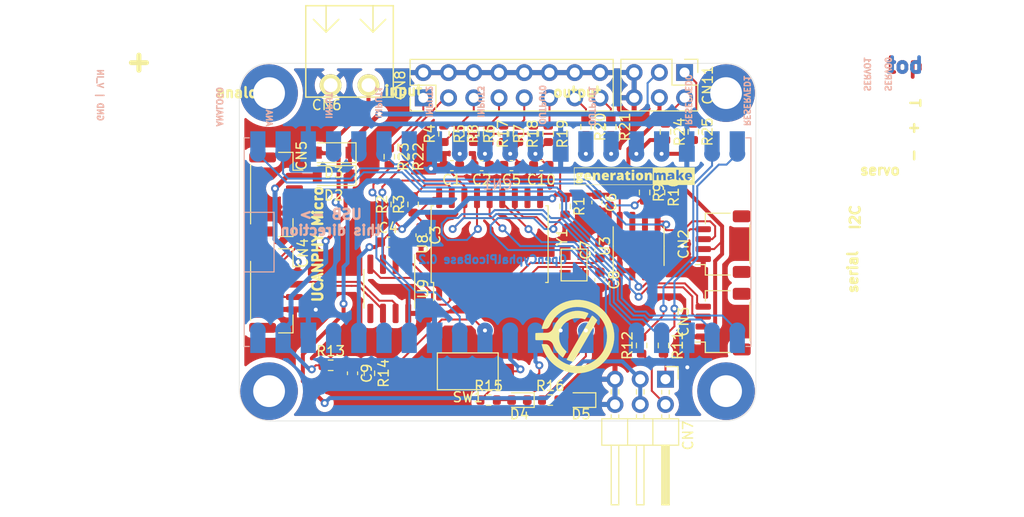
<source format=kicad_pcb>
(kicad_pcb (version 20211014) (generator pcbnew)
  (title_block (title "OpenCyphalPicoBase") (date "2022-10-21") (rev "0.2") (company "generationmake"))
  (layers (0 "F.Cu" signal) (31 "B.Cu" signal) (34 "B.Paste" user) (35 "F.Paste" user) (36 "B.SilkS" user "B.Silkscreen") (37 "F.SilkS" user "F.Silkscreen") (38 "B.Mask" user) (39 "F.Mask" user) (44 "Edge.Cuts" user))
  (net 0 "")
  (net 1 "+3V3")
  (net 2 "GND")
  (net 3 "MCP2515_CS")
  (net 4 "MCP2515_INT")
  (net 5 "MOSI")
  (net 6 "SCK")
  (net 7 "MISO")
  (net 8 "/MCP2515/TXCAN")
  (net 9 "/MCP2515/RXCAN")
  (net 10 "/SERVO1")
  (net 11 "/MCP2515/CANVCC")
  (net 12 "/MCP2515/CANH")
  (net 13 "/MCP2515/CANL")
  (net 14 "/SERVO1_R")
  (net 15 "+BATT")
  (net 16 "/V_IN")
  (net 17 "/+BATT_MEAS")
  (net 18 "/LED2")
  (net 19 "/LED3")
  (net 20 "/LED3_R")
  (net 21 "/LED2_R")
  (net 22 "/MCP2515/MCP2515_OSC2")
  (net 23 "/MCP2515/MCP2515_OSC1")
  (net 24 "/MCP2515/MCP2515_RESET")
  (net 25 "/MCP2515/MCP2515_SOF")
  (net 26 "/MCP2515/MCP2515_TX0RTS")
  (net 27 "/MCP2515/MCP2515_TX1RTS")
  (net 28 "/MCP2515/MCP2515_TX2RTS")
  (net 29 "/MCP2515/MCP2515_RX1BUF")
  (net 30 "/MCP2515/MCP2515_RX0BUF")
  (net 31 "/INPUT0")
  (net 32 "/SER_TX")
  (net 33 "/SER_RX")
  (net 34 "/I2C_SDA")
  (net 35 "/I2C_SCL")
  (net 36 "/SERVO0")
  (net 37 "/SERVO0_R")
  (net 38 "/INPUT1")
  (net 39 "/INPUT2")
  (net 40 "/INPUT3")
  (net 41 "/OUTPUT0")
  (net 42 "/OUTPUT1")
  (net 43 "/RESERVED0")
  (net 44 "/NEOPIXEL")
  (net 45 "/RESET")
  (net 46 "/ANALOG_INPUT0")
  (net 47 "/ANALOG_INPUT1")
  (net 48 "/INPUT0_R")
  (net 49 "/INPUT1_R")
  (net 50 "/INPUT2_R")
  (net 51 "/INPUT3_R")
  (net 52 "/OUTPUT0_R")
  (net 53 "/OUTPUT1_R")
  (net 54 "/ANALOG_INPUT1_R")
  (net 55 "/ANALOG_INPUT0_R")
  (net 56 "/RESERVED0_R")
  (net 57 "/NEOPIXEL_R")
  (net 58 "unconnected-(CN1-Pad40)")
  (net 59 "unconnected-(CN1-Pad37)")
  (net 60 "unconnected-(CN1-Pad35)")
  (net 61 "unconnected-(CN1-Pad5)")
  (net 62 "unconnected-(CN1-Pad4)")
  (footprint "MECH_mounting_holes:MHP_3.2_5.8" (layer "F.Cu") (at 67 77)
    (fp_text reference "MECH1" hide)
    (fp_text value "MHP_3.2_5.8" hide)
  )
  (footprint "MECH_mounting_holes:MHP_3.2_5.8" (layer "F.Cu") (at 113 77)
    (fp_text reference "MECH2" hide)
    (fp_text value "MHP_3.2_5.8")
  )
  (footprint "MECH_mounting_holes:MHP_3.2_5.8" (layer "F.Cu") (at 67 107)
    (fp_text reference "MECH3" hide)
    (fp_text value "MHP_3.2_5.8")
  )
  (footprint "MECH_mounting_holes:MHP_3.2_5.8" (layer "F.Cu") (at 113 107)
    (fp_text reference "MECH4" hide)
    (fp_text value "MHP_3.2_5.8")
  )
  (footprint "Resistor_SMD:R_0603_1608Metric" (layer "F.Cu") (at 79.8 88.2 90)
    (fp_text reference "R2")
    (fp_text value "10k")
  )
  (footprint "Package_SO:SOIC-18W_7.5x11.6mm_P1.27mm" (layer "F.Cu") (at 89.2 92.2 90)
    (fp_text reference "U8")
    (fp_text value "MCP2515")
  )
  (footprint "Capacitor_SMD:C_0603_1608Metric" (layer "F.Cu") (at 82.3 91.3 -90)
    (fp_text reference "C3")
    (fp_text value "100nF")
  )
  (footprint "Capacitor_SMD:C_0603_1608Metric" (layer "F.Cu") (at 79 92)
    (fp_text reference "C4")
    (fp_text value "100nF")
  )
  (footprint "Resistor_SMD:R_0603_1608Metric" (layer "F.Cu") (at 96.8 88.4 -90)
    (fp_text reference "R1")
    (fp_text value "10k")
  )
  (footprint "Resistor_SMD:R_0603_1608Metric" (layer "F.Cu") (at 81.5 88.2 90)
    (fp_text reference "R3")
    (fp_text value "10k")
  )
  (footprint "Capacitor_SMD:C_0603_1608Metric" (layer "F.Cu") (at 100 88 -90)
    (fp_text reference "C6")
    (fp_text value "100nF")
  )
  (footprint "Connector_JST:JST_SH_SM04B-SRSS-TB_1x04-1MP_P1.00mm_Horizontal" (layer "F.Cu") (at 112.7 92.2 90)
    (fp_text reference "CN2")
    (fp_text value "SM04B-SRSS-TB")
  )
  (footprint "Connector_JST:JST_SH_SM04B-SRSS-TB_1x04-1MP_P1.00mm_Horizontal" (layer "F.Cu") (at 112.7 100 90)
    (fp_text reference "CN3")
    (fp_text value "SM04B-SRSS-TB")
  )
  (footprint "Connector_PinHeader_2.54mm:PinHeader_2x03_P2.54mm_Horizontal" (layer "F.Cu") (at 106.9 105.8 -90)
    (fp_text reference "CN7")
    (fp_text value "CONN_02X03")
  )
  (footprint "Diode_SMD:D_SOD-123" (layer "F.Cu") (at 73.5 85.3 180)
    (fp_text reference "D2")
    (fp_text value "MBR0530T1G")
  )
  (footprint "Package_SO:SOIC-8_3.9x4.9mm_P1.27mm" (layer "F.Cu") (at 104.2 92.4 90)
    (fp_text reference "U3")
    (fp_text value "24LC64")
  )
  (footprint "Resistor_SMD:R_0603_1608Metric" (layer "F.Cu") (at 104.8 87 -90)
    (fp_text reference "R9")
    (fp_text value "10k")
  )
  (footprint "Resistor_SMD:R_0603_1608Metric" (layer "F.Cu") (at 106.3 87 -90)
    (fp_text reference "R10")
    (fp_text value "10k")
  )
  (footprint "Resistor_SMD:R_0603_1608Metric" (layer "F.Cu") (at 106.7 102.4 -90)
    (fp_text reference "R11")
    (fp_text value "100R")
  )
  (footprint "Resistor_SMD:R_0603_1608Metric" (layer "F.Cu") (at 104.5 102.4 90)
    (fp_text reference "R12")
    (fp_text value "100R")
  )
  (footprint "Connector_JST:JST_GH_SM04B-GHS-TB_1x04-1MP_P1.25mm_Horizontal" (layer "F.Cu") (at 67.7 96.9 -90)
    (fp_text reference "CN4")
    (fp_text value "GH_SM04B-GHS-TB")
  )
  (footprint "CON_wuerth:WR-TBL_691322310002" (layer "F.Cu") (at 75.1 76.2 180)
    (fp_text reference "CN6")
    (fp_text value "691322310002" hide)
  )
  (footprint "Diode_SMD:D_SOD-123" (layer "F.Cu") (at 73.5 83 180)
    (fp_text reference "D3")
    (fp_text value "MBR0530T1G")
  )
  (footprint "LED_SMD:LED_0603_1608Metric" (layer "F.Cu") (at 98.4 107.9 180)
    (fp_text reference "D5")
    (fp_text value "LED red")
  )
  (footprint "Resistor_SMD:R_0603_1608Metric" (layer "F.Cu") (at 95.3 107.9)
    (fp_text reference "R16")
    (fp_text value "3k3")
  )
  (footprint "labels:opencyphal_small" (layer "F.Cu") (at 97.8 101.5)
    (fp_text reference "L3" hide)
    (fp_text value "Label" hide)
  )
  (footprint "Package_SO:SOIC-8_3.9x4.9mm_P1.27mm" (layer "F.Cu") (at 79.1 96.7 -90)
    (fp_text reference "U9")
    (fp_text value "SN65HVD232")
  )
  (footprint "crystals:Crystal_SMD_3.2x2.5mm_4Pad" (layer "F.Cu") (at 97.7 94.3 90)
    (fp_text reference "Y1")
    (fp_text value "16MHz")
  )
  (footprint "Connector_JST:JST_GH_SM04B-GHS-TB_1x04-1MP_P1.25mm_Horizontal" (layer "F.Cu") (at 67.7 87.2 -90)
    (fp_text reference "CN5")
    (fp_text value "GH_SM04B-GHS-TB")
  )
  (footprint "Capacitor_SMD:C_0603_1608Metric" (layer "F.Cu") (at 75.4 105.2 -90)
    (fp_text reference "C9")
    (fp_text value "100nF")
  )
  (footprint "Resistor_SMD:R_0603_1608Metric" (layer "F.Cu") (at 73.2 104.4)
    (fp_text reference "R13")
    (fp_text value "100k")
  )
  (footprint "Resistor_SMD:R_0603_1608Metric" (layer "F.Cu") (at 77.1 105.2 -90)
    (fp_text reference "R14")
    (fp_text value "10k")
  )
  (footprint "Resistor_SMD:R_0603_1608Metric" (layer "F.Cu") (at 89.1 107.9)
    (fp_text reference "R15")
    (fp_text value "3k3")
  )
  (footprint "Capacitor_SMD:C_0603_1608Metric" (layer "F.Cu") (at 85.4 84.3 180)
    (fp_text reference "C1")
    (fp_text value "100nF")
  )
  (footprint "Capacitor_SMD:C_0603_1608Metric" (layer "F.Cu") (at 88.4 84.3 180)
    (fp_text reference "C2")
    (fp_text value "100nF")
  )
  (footprint "Capacitor_SMD:C_0603_1608Metric" (layer "F.Cu") (at 91.4 84.3 180)
    (fp_text reference "C5")
    (fp_text value "100nF")
  )
  (footprint "Capacitor_SMD:C_0603_1608Metric" (layer "F.Cu") (at 94.4 84.3 180)
    (fp_text reference "C10")
    (fp_text value "100nF")
  )
  (footprint "Connector_PinHeader_2.54mm:PinHeader_2x08_P2.54mm_Vertical" (layer "F.Cu") (at 82.525 77.475 90)
    (fp_text reference "CN8")
    (fp_text value "Conn_02x08_Odd_Even")
  )
  (footprint "Connector_PinHeader_2.54mm:PinHeader_2x03_P2.54mm_Vertical" (layer "F.Cu") (at 108.825 74.925 -90)
    (fp_text reference "CN11")
    (fp_text value "CONN_02X03")
  )
  (footprint "Resistor_SMD:R_0603_1608Metric" (layer "F.Cu") (at 84.6 81.1 90)
    (fp_text reference "R4")
    (fp_text value "10k")
  )
  (footprint "Resistor_SMD:R_0603_1608Metric" (layer "F.Cu") (at 90.6 81.1 90)
    (fp_text reference "R6")
    (fp_text value "10k")
  )
  (footprint "Resistor_SMD:R_0603_1608Metric" (layer "F.Cu") (at 93.6 81.1 90)
    (fp_text reference "R7")
    (fp_text value "10k")
  )
  (footprint "Resistor_SMD:R_0603_1608Metric" (layer "F.Cu") (at 89.1 81.1 -90)
    (fp_text reference "R17")
    (fp_text value "10k")
  )
  (footprint "Resistor_SMD:R_0603_1608Metric" (layer "F.Cu") (at 92.1 81.1 -90)
    (fp_text reference "R18")
    (fp_text value "10k")
  )
  (footprint "Resistor_SMD:R_0603_1608Metric" (layer "F.Cu") (at 95.1 81.1 -90)
    (fp_text reference "R19")
    (fp_text value "10k")
  )
  (footprint "Resistor_SMD:R_0603_1608Metric" (layer "F.Cu") (at 98.9 80.4 -90)
    (fp_text reference "R20")
    (fp_text value "100R")
  )
  (footprint "Resistor_SMD:R_0603_1608Metric" (layer "F.Cu") (at 101.4 80.4 -90)
    (fp_text reference "R21")
    (fp_text value "100R")
  )
  (footprint "Resistor_SMD:R_0603_1608Metric" (layer "F.Cu") (at 80.6 83.4 -90)
    (fp_text reference "R22")
    (fp_text value "100R")
  )
  (footprint "Resistor_SMD:R_0603_1608Metric" (layer "F.Cu") (at 79.1 83.4 -90)
    (fp_text reference "R23")
    (fp_text value "100R")
  )
  (footprint "Resistor_SMD:R_0603_1608Metric" (layer "F.Cu") (at 106.9 80.9 -90)
    (fp_text reference "R24")
    (fp_text value "100R")
  )
  (footprint "Resistor_SMD:R_0603_1608Metric" (layer "F.Cu") (at 109.7 80.9 -90)
    (fp_text reference "R25")
    (fp_text value "100R")
  )
  (footprint "Button_Switch_SMD:SW_SPST_CK_RS282G05A3" (layer "F.Cu") (at 87 105 180)
    (fp_text reference "SW1")
    (fp_text value "SPST")
  )
  (footprint "Resistor_SMD:R_0603_1608Metric" (layer "F.Cu") (at 86.1 81.1 -90)
    (fp_text reference "R8")
    (fp_text value "10k")
  )
  (footprint "Capacitor_SMD:C_0603_1608Metric" (layer "F.Cu") (at 100.3 92.8 90)
    (fp_text reference "C7")
    (fp_text value "10pF")
  )
  (footprint "labels:generationmake_small_silk" (layer "F.Cu") (at 103.75 88)
    (fp_text reference "L1" hide)
    (fp_text value "Label" hide)
  )
  (footprint "Resistor_SMD:R_0603_1608Metric" (layer "F.Cu") (at 87.6 81.1 90)
    (fp_text reference "R5")
    (fp_text value "10k")
  )
  (footprint "Capacitor_SMD:C_0603_1608Metric" (layer "F.Cu") (at 100.3 95.8 -90)
    (fp_text reference "C8")
    (fp_text value "10pF")
  )
  (footprint "LED_SMD:LED_0603_1608Metric" (layer "F.Cu") (at 92.2 107.9 180)
    (fp_text reference "D4")
    (fp_text value "LED yellow")
  )
  (footprint "labels:generationmake_small_solder" (layer "B.Cu") (at 79.61905 108.63645 180)
    (fp_text reference "L2" hide)
    (fp_text value "Label" hide)
  )
  (footprint "generationmake:RASPI_PICO_SOLDER_Kopie" (layer "B.Cu") (at 90 92 -90)
    (fp_text reference "CN1")
    (fp_text value "RASPBERRYPI_PICO")
  )
  (gr_line (start 113 110) (end 67.12132 110) (layer "Edge.Cuts") (width 0.05))
  (gr_line (start 64 77) (end 64 107) (layer "Edge.Cuts") (width 0.05))
  (gr_line (start 116 77) (end 116 107) (layer "Edge.Cuts") (width 0.05))
  (gr_line (start 113 74) (end 67 74) (layer "Edge.Cuts") (width 0.05))
  (gr_arc (start 113 74) (mid 115.12132 74.87868) (end 116 77) (layer "Edge.Cuts") (width 0.05))
  (gr_arc (start 64 77) (mid 64.87868 74.87868) (end 67 74) (layer "Edge.Cuts") (width 0.05))
  (gr_arc (start 116 107) (mid 115.12132 109.12132) (end 113 110) (layer "Edge.Cuts") (width 0.05))
  (gr_arc (start 67.12132 110) (mid 64.956681 109.128403) (end 64 107) (layer "Edge.Cuts") (width 0.05))
  (gr_text "top" (at 131 74.2) (layer "F.Cu") (effects (font (size 1.5 1.5) (thickness 0.375))))
  (gr_text "OpenCyphalPicoBase 0.2" (at 89.5 93.75) (layer "B.Cu") (effects (font (size 0.8 0.8) (thickness 0.2)) (justify mirror)))
  (gr_text "bot" (at 131 74.2) (layer "B.Cu") (effects (font (size 1.5 1.5) (thickness 0.375)) (justify mirror)))
  (gr_text "USB ->\nthis direction" (at 73.2 90) (layer "B.SilkS") (effects (font (size 1 1) (thickness 0.25)) (justify mirror)))
  (gr_text "GND | V_IN" (at 50 77.2 -90) (layer "B.SilkS") (effects (font (size 0.6 0.6)) (justify mirror)))
  (gr_text "ANALOG0" (at 62 76.3 -90) (layer "B.SilkS") (effects (font (size 0.6 0.6)) (justify right mirror)))
  (gr_text "INPUT0" (at 73 76.3 -90) (layer "B.SilkS") (effects (font (size 0.6 0.6)) (justify right mirror)))
  (gr_text "OUTPUT1" (at 99.5 76.2 -90) (layer "B.SilkS") (effects (font (size 0.6 0.6)) (justify right mirror)))
  (gr_text "SERVO1" (at 127.2 76.9 -90) (layer "B.SilkS") (effects (font (size 0.6 0.6)) (justify left mirror)))
  (gr_text "RESERVED0" (at 109.2 80.3 -90) (layer "B.SilkS") (effects (font (size 0.6 0.6)) (justify left mirror)))
  (gr_text "RESERVED1" (at 115.1 80.4 -90) (layer "B.SilkS") (effects (font (size 0.6 0.6)) (justify left mirror)))
  (gr_text "ANALOG1" (at 67 76.3 -90) (layer "B.SilkS") (effects (font (size 0.6 0.6)) (justify right mirror)))
  (gr_text "SERVO0" (at 129.3 76.9 -90) (layer "B.SilkS") (effects (font (size 0.6 0.6)) (justify left mirror)))
  (gr_text "INPUT2" (at 83.1 76.2 -90) (layer "B.SilkS") (effects (font (size 0.6 0.6)) (justify right mirror)))
  (gr_text "OUTPUT0" (at 94.5 76.1 -90) (layer "B.SilkS") (effects (font (size 0.6 0.6)) (justify right mirror)))
  (gr_text "INPUT3" (at 88.3 76.2 -90) (layer "B.SilkS") (effects (font (size 0.6 0.6)) (justify right mirror)))
  (gr_text "INPUT1" (at 78 76.2 -90) (layer "B.SilkS") (effects (font (size 0.6 0.6)) (justify right mirror)))
  (gr_text "T  +  -" (at 132 80.75 -90) (layer "F.SilkS") (effects (font (size 1 1) (thickness 0.25))))
  (gr_text "UCANPHY Micro" (at 71.9 92.2 90) (layer "F.SilkS") (effects (font (size 1 1) (thickness 0.25))))
  (gr_text "input" (at 80.5 76.75) (layer "F.SilkS") (effects (font (size 1 1) (thickness 0.25))))
  (gr_text "+" (at 53.9 73.8) (layer "F.SilkS") (effects (font (size 2 2) (thickness 0.5))))
  (gr_text "I2C" (at 126 89.5 90) (layer "F.SilkS") (effects (font (size 1 1) (thickness 0.25))))
  (gr_text "analog" (at 64.2 76.95) (layer "F.SilkS") (effects (font (size 1 1) (thickness 0.25))))
  (gr_text "output" (at 98 76.9) (layer "F.SilkS") (effects (font (size 1 1) (thickness 0.25))))
  (gr_text "servo" (at 128.5 84.75) (layer "F.SilkS") (effects (font (size 1 1) (thickness 0.25))))
  (gr_text "serial" (at 125.75 95 90) (layer "F.SilkS") (effects (font (size 1 1) (thickness 0.25))))
  (segment (start 96.3 86.8) (end 95.5 87.6) (width 0.2) (layer "F.Cu") (net 1))
  (segment (start 87.5 81.1) (end 90.5 81.1) (width 0.2) (layer "F.Cu") (net 1))
  (segment (start 82.3 90.525) (end 82.3 89.825) (width 0.2) (layer "F.Cu") (net 1))
  (segment (start 110.7 92.7) (end 111.6 92.7) (width 0.2) (layer "F.Cu") (net 1))
  (segment (start 93.6 81.1) (end 95.8 81.1) (width 0.2) (layer "F.Cu") (net 1))
  (segment (start 104.025 86.175) (end 104.8 86.175) (width 0.4) (layer "F.Cu") (net 1))
  (segment (start 106.3 78.7) (end 106.3 77.5) (width 0.4) (layer "F.Cu") (net 1))
  (segment (start 112.6 91.9) (end 112.6 90.392893) (width 0.4) (layer "F.Cu") (net 1))
  (segment (start 112.6 90.392893) (end 108.507107 86.3) (width 0.4) (layer "F.Cu") (net 1))
  (segment (start 95.875 87.225) (end 95.5 87.6) (width 0.4) (layer "F.Cu") (net 1))
  (segment (start 78.25 92) (end 79.56 90.69) (width 0.2) (layer "F.Cu") (net 1))
  (segment (start 83.09 87.99) (end 82.24 88.84) (width 0.2) (layer "F.Cu") (net 1))
  (segment (start 96.8 87.575) (end 96.8 87.3) (width 0.2) (layer "F.Cu") (net 1))
  (segment (start 104.025 86.175) (end 103.17 85.32) (width 0.4) (layer "F.Cu") (net 1))
  (segment (start 78.4685 92.2185) (end 78.25 92) (width 0.2) (layer "F.Cu") (net 1))
  (segment (start 90.5 81.1) (end 93.6 81.1) (width 0.2) (layer "F.Cu") (net 1))
  (segment (start 106.3 86.175) (end 106.775 86.175) (width 0.4) (layer "F.Cu") (net 1))
  (segment (start 79.8 90.08) (end 80.4 90.68) (width 0.2) (layer "F.Cu") (net 1))
  (segment (start 102.295 89.925) (end 102.295 87.595) (width 0.2) (layer "F.Cu") (net 1))
  (segment (start 106 79.8) (end 106 79) (width 0.4) (layer "F.Cu") (net 1))
  (segment (start 85.425 81.1) (end 87.5 81.1) (width 0.2) (layer "F.Cu") (net 1))
  (segment (start 82.13 88.95) (end 82.24 88.84) (width 0.2) (layer "F.Cu") (net 1))
  (segment (start 90.6 81.2) (end 90.5 81.1) (width 0.2) (layer "F.Cu") (net 1))
  (segment (start 100 87.225) (end 101.925 87.225) (width 0.4) (layer "F.Cu") (net 1))
  (segment (start 96.8 87.3) (end 96.3 86.8) (width 0.2) (layer "F.Cu") (net 1))
  (segment (start 112.6 91.9) (end 112.6 93.2) (width 0.4) (layer "F.Cu") (net 1))
  (segment (start 81.5 88.95) (end 82.13 88.95) (width 0.2) (layer "F.Cu") (net 1))
  (segment (start 83.53 87.55) (end 83.09 87.99) (width 0.2) (layer "F.Cu") (net 1))
  (segment (start 112.6 93.2) (end 111.9 93.9) (width 0.4) (layer "F.Cu") (net 1))
  (segment (start 79.7 88.85) (end 79.8 88.95) (width 0.2) (layer "F.Cu") (net 1))
  (segment (start 87.6 81.925) (end 87.6 81.2) (width 0.2) (layer "F.Cu") (net 1))
  (segment (start 102.975 87.225) (end 104.025 86.175) (width 0.4) (layer "F.Cu") (net 1))
  (segment (start 90.6 81.925) (end 90.6 81.2) (width 0.2) (layer "F.Cu") (net 1))
  (segment (start 111.6 100.5) (end 110.7 100.5) (width 0.4) (layer "F.Cu") (net 1))
  (segment (start 104.8 86.175) (end 106.3 86.175) (width 0.4) (layer "F.Cu") (net 1))
  (segment (start 95.8 81.1) (end 96.3 81.6) (width 0.2) (layer "F.Cu") (net 1))
  (segment (start 111.8 92.7) (end 112.6 91.9) (width 0.2) (layer "F.Cu") (net 1))
  (segment (start 84.6 81.925) (end 85.425 81.1) (width 0.2) (layer "F.Cu") (net 1))
  (segment (start 79.56 90.69) (end 80.39 90.69) (width 0.2) (layer "F.Cu") (net 1))
  (segment (start 93.6 81.925) (end 93.6 81.1) (width 0.2) (layer "F.Cu") (net 1))
  (segment (start 82.24 88.84) (end 80.4 90.68) (width 0.2) (layer "F.Cu") (net 1))
  (segment (start 96.3 81.6) (end 96.3 86.8) (width 0.2) (layer "F.Cu") (net 1))
  (segment (start 79.8 88.95) (end 79.8 90.08) (width 0.2) (layer "F.Cu") (net 1))
  (segment (start 87.6 81.2) (end 87.5 81.1) (width 0.2) (layer "F.Cu") (net 1))
  (segment (start 103.17 82.63) (end 106 79.8) (width 0.4) (layer "F.Cu") (net 1))
  (segment (start 83.42 87.66) (end 83.09 87.99) (width 0.2) (layer "F.Cu") (net 1))
  (segment (start 77.1 92.5) (end 77.725 92.5) (width 0.4) (layer "F.Cu") (net 1))
  (segment (start 111.9 100.2) (end 111.6 100.5) (width 0.4) (layer "F.Cu") (net 1))
  (segment (start 84.12 87.55) (end 83.53 87.55) (width 0.2) (layer "F.Cu") (net 1))
  (segment (start 102.325 87.225) (end 102.975 87.225) (width 0.4) (layer "F.Cu") (net 1))
  (segment (start 111.9 93.9) (end 111.9 100.2) (width 0.4) (layer "F.Cu") (net 1))
  (segment (start 106.2 86.3) (end 106.9 86.3) (width 0.4) (layer "F.Cu") (net 1))
  (segment (start 102.295 87.595) (end 101.925 87.225) (width 0.2) (layer "F.Cu") (net 1))
  (segment (start 103.17 85.32) (end 103.17 82.63) (width 0.4) (layer "F.Cu") (net 1))
  (segment (start 82.3 89.825) (end 81.5 89.025) (width 0.2) (layer "F.Cu") (net 1))
  (segment (start 111.6 92.7) (end 111.8 92.7) (width 0.2) (layer "F.Cu") (net 1))
  (segment (start 101.925 87.225) (end 102.325 87.225) (width 0.4) (layer "F.Cu") (net 1))
  (segment (start 108.507107 86.3) (end 106.9 86.3) (width 0.4) (layer "F.Cu") (net 1))
  (segment (start 100 87.225) (end 95.875 87.225) (width 0.4) (layer "F.Cu") (net 1))
  (segment (start 79.8 88.95) (end 81.5 88.95) (width 0.2) (layer "F.Cu") (net 1))
  (segment (start 106 79) (end 106.3 78.7) (width 0.4) (layer "F.Cu") (net 1))
  (segment (start 106.775 86.175) (end 106.9 86.3) (width 0.4) (layer "F.Cu") (net 1))
  (segment (start 78.4685 93.9955) (end 78.4685 92.2185) (width 0.2) (layer "F.Cu") (net 1))
  (segment (start 77.725 92.5) (end 78.225 92) (width 0.4) (layer "F.Cu") (net 1))
  (via (at 80.39 90.69) (size 0.8) (drill 0.4) (layers "F.Cu" "B.Cu") (net 1))
  (via (at 77.1 92.5) (size 0.8) (drill 0.4) (layers "F.Cu" "B.Cu") (net 1))
  (via (at 95.5 87.6) (size 0.8) (drill 0.4) (layers "F.Cu" "B.Cu") (net 1))
  (segment (start 76.03 102.16) (end 76.03 100.89) (width 0.4) (layer "B.Cu") (net 1))
  (segment (start 81.39 89.69) (end 80.4 90.68) (width 0.5) (layer "B.Cu") (net 1))
  (segment (start 87.1 87.6) (end 85.7 89) (width 0.5) (layer "B.Cu") (net 1))
  (segment (start 76.03 93.57) (end 77.1 92.5) (width 0.4) (layer "B.Cu") (net 1))
  (segment (start 95.5 87.6) (end 87.1 87.6) (width 0.5) (layer "B.Cu") (net 1))
  (segment (start 85.7 89) (end 82.08 89) (width 0.5) (layer "B.Cu") (net 1))
  (segment (start 82.08 89) (end 81.39 89.69) (width 0.5) (layer "B.Cu") (net 1))
  (segment (start 80.39 90.69) (end 80.4 90.68) (width 0.5) (layer "B.Cu") (net 1))
  (segment (start 76.03 100.89) (end 76.03 93.57) (width 0.4) (layer "B.Cu") (net 1))
  (segment (start 99.96 97.54) (end 99.96 99.06) (width 0.2) (layer "F.Cu") (net 2))
  (segment (start 77.1 105.95) (end 82.45082 105.95) (width 0.2) (layer "F.Cu") (net 2))
  (segment (start 90.7 85.4) (end 87.6 85.4) (width 0.2) (layer "F.Cu") (net 2))
  (segment (start 93.625 84.475) (end 92.7 85.4) (width 0.2) (layer "F.Cu") (net 2))
  (segment (start 99.344301 96.344301) (end 100.1 97.1) (width 0.2) (layer "F.Cu") (net 2))
  (segment (start 87.625 84.3) (end 87.625 85.375) (width 0.2) (layer "F.Cu") (net 2))
  (segment (start 99.1875 107.9) (end 99.1875 108.5125) (width 0.2) (layer "F.Cu") (net 2))
  (segment (start 96.5 109.1) (end 92.5 109.1) (width 0.2) (layer "F.Cu") (net 2))
  (segment (start 99.96 99.06) (end 99.230001 99.789999) (width 0.2) (layer "F.Cu") (net 2))
  (segment (start 95.5843 96.85) (end 95.799999 96.634301) (width 0.2) (layer "F.Cu") (net 2))
  (segment (start 86.85 105.95) (end 85.9 105) (width 0.2) (layer "F.Cu") (net 2))
  (segment (start 92.9875 108.6125) (end 92.5 109.1) (width 0.2) (layer "F.Cu") (net 2))
  (segment (start 85.725 85.4) (end 84.625 84.3) (width 0.2) (layer "F.Cu") (net 2))
  (segment (start 99.054301 96.634301) (end 99.96 97.54) (width 0.2) (layer "F.Cu") (net 2))
  (segment (start 86.8 106) (end 86.85 105.95) (width 0.2) (layer "F.Cu") (net 2))
  (segment (start 93.625 84.3) (end 93.625 84.475) (width 0.2) (layer "F.Cu") (net 2))
  (segment (start 99.230001 99.789999) (end 97.450001 99.789999) (width 0.2) (layer "F.Cu") (net 2))
  (segment (start 97.450001 99.789999) (end 96.35 100.89) (width 0.2) (layer "F.Cu") (net 2))
  (segment (start 82.45082 105.95) (end 83.40082 105) (width 0.2) (layer "F.Cu") (net 2))
  (segment (start 99.1875 108.5125) (end 98.6 109.1) (width 0.2) (layer "F.Cu") (net 2))
  (segment (start 90.625 85.325) (end 90.7 85.4) (width 0.2) (layer "F.Cu") (net 2))
  (segment (start 92.9875 107.9) (end 92.9875 108.6125) (width 0.2) (layer "F.Cu") (net 2))
  (segment (start 87.625 85.375) (end 87.6 85.4) (width 0.2) (layer "F.Cu") (net 2))
  (segment (start 94.28 96.85) (end 95.5843 96.85) (width 0.2) (layer "F.Cu") (net 2))
  (segment (start 85.9 105) (end 83.40082 105) (width 0.2) (layer "F.Cu") (net 2))
  (segment (start 77.1 105.95) (end 75.4 105.95) (width 0.2) (layer "F.Cu") (net 2))
  (segment (start 90.625 84.3) (end 90.625 85.325) (width 0.2) (layer "F.Cu") (net 2))
  (segment (start 87.2 109.1) (end 86.8 108.7) (width 0.2) (layer "F.Cu") (net 2))
  (segment (start 86.8 108.7) (end 86.8 106) (width 0.2) (layer "F.Cu") (net 2))
  (segment (start 99.054301 96.634301) (end 99.344301 96.344301) (width 0.2) (layer "F.Cu") (net 2))
  (segment (start 95.799999 96.634301) (end 99.054301 96.634301) (width 0.2) (layer "F.Cu") (net 2))
  (segment (start 98.6 109.1) (end 96.5 109.1) (width 0.2) (layer "F.Cu") (net 2))
  (segment (start 87.6 85.4) (end 85.725 85.4) (width 0.2) (layer "F.Cu") (net 2))
  (segment (start 92.5 109.1) (end 87.2 109.1) (width 0.2) (layer "F.Cu") (net 2))
  (segment (start 92.7 85.4) (end 90.7 85.4) (width 0.2) (layer "F.Cu") (net 2))
  (segment (start 95.11 100.89) (end 96.35 100.89) (width 0.2) (layer "F.Cu") (net 2))
  (via (at 96.35 100.89) (size 0.8) (drill 0.4) (layers "F.Cu" "B.Cu") (net 2))
  (via (at 109.1 104.6) (size 0.8) (drill 0.4) (layers "F.Cu" "B.Cu") (net 2))
  (via (at 71.7 98.8) (size 0.8) (drill 0.4) (layers "F.Cu" "B.Cu") (net 2))
  (via (at 83.3 84.6) (size 0.8) (drill 0.4) (layers "F.Cu" "B.Cu") (net 2))
  (via (at 108.6 92.4) (size 0.8) (drill 0.4) (layers "F.Cu" "B.Cu") (net 2))
  (segment (start 83.65 100.89) (end 83.29 100.89) (width 0.2) (layer "B.Cu") (net 2))
  (segment (start 109.05 102.16) (end 109.05 100.89) (width 0.4) (layer "B.Cu") (net 2))
  (segment (start 109.05 100.89) (end 108.09 100.89) (width 0.2) (layer "B.Cu") (net 2))
  (segment (start 86.66 86.36) (end 86.105 85.805) (width 0.2) (layer "F.Cu") (net 3))
  (segment (start 85.96 90.2) (end 85.48 90.68) (width 0.2) (layer "F.Cu") (net 3))
  (segment (start 86.105 85.805) (end 80.395 85.805) (width 0.2) (layer "F.Cu") (net 3))
  (segment (start 79.8 87.45) (end 79.8 86.4) (width 0.2) (layer "F.Cu") (net 3))
  (segment (start 86.66 87.55) (end 86.66 89.5) (width 0.2) (layer "F.Cu") (net 3))
  (segment (start 80.395 85.805) (end 79.8 86.4) (width 0.2) (layer "F.Cu") (net 3))
  (segment (start 86.66 89.5) (end 85.48 90.68) (width 0.2) (layer "F.Cu") (net 3))
  (segment (start 86.66 87.55) (end 86.66 86.36) (width 0.2) (layer "F.Cu") (net 3))
  (via (at 85.48 90.68) (size 0.8) (drill 0.4) (layers "F.Cu" "B.Cu") (net 3))
  (segment (start 89.86631 89.179989) (end 89.4663 89.579999) (width 0.2) (layer "B.Cu") (net 3))
  (segment (start 111.59 100.89) (end 110.49 99.79) (width 0.2) (layer "B.Cu") (net 3))
  (segment (start 105.155686 99.79) (end 104.755685 99.389999) (width 0.2) (layer "B.Cu") (net 3))
  (segment (start 104.755685 99.389999) (end 103.689999 99.389999) (width 0.2) (layer "B.Cu") (net 3))
  (segment (start 102.1 97.8) (end 102.1 95.802944) (width 0.2) (layer "B.Cu") (net 3))
  (segment (start 103.689999 99.389999) (end 102.1 97.8) (width 0.2) (layer "B.Cu") (net 3))
  (segment (start 89.4663 89.579999) (end 86.580001 89.579999) (width 0.2) (layer "B.Cu") (net 3))
  (segment (start 96.277058 89.98) (end 95.220022 89.98) (width 0.2) (layer "B.Cu") (net 3))
  (segment (start 94.420011 89.179989) (end 89.86631 89.179989) (width 0.2) (layer "B.Cu") (net 3))
  (segment (start 86.580001 89.579999) (end 85.48 90.68) (width 0.2) (layer "B.Cu") (net 3))
  (segment (start 102.1 95.802944) (end 96.277058 89.98) (width 0.2) (layer "B.Cu") (net 3))
  (segment (start 95.220022 89.98) (end 94.420011 89.179989) (width 0.2) (layer "B.Cu") (net 3))
  (segment (start 111.59 102.16) (end 111.59 100.89) (width 0.4) (layer "B.Cu") (net 3))
  (segment (start 110.49 99.79) (end 105.155686 99.79) (width 0.2) (layer "B.Cu") (net 3))
  (segment (start 91.74 87.55) (end 91.74 88.64) (width 0.2) (layer "F.Cu") (net 4))
  (segment (start 95.62 90.68) (end 95.62 90.405) (width 0.2) (layer "F.Cu") (net 4))
  (segment (start 95.62 90.405) (end 96.8 89.225) (width 0.2) (layer "F.Cu") (net 4))
  (segment (start 93.92 89.48) (end 95.12 90.68) (width 0.2) (layer "F.Cu") (net 4))
  (segment (start 91.74 88.64) (end 92.58 89.48) (width 0.2) (layer "F.Cu") (net 4))
  (segment (start 92.58 89.48) (end 93.92 89.48) (width 0.2) (layer "F.Cu") (net 4))
  (segment (start 95.12 90.68) (end 95.62 90.68) (width 0.2) (layer "F.Cu") (net 4))
  (via (at 95.62 90.68) (size 0.8) (drill 0.4) (layers "F.Cu" "B.Cu") (net 4))
  (segment (start 91.052008 92.80001) (end 97.40001 92.80001) (width 0.2) (layer "B.Cu") (net 4))
  (segment (start 93.628001 89.579999) (end 90.031999 89.579999) (width 0.2) (layer "B.Cu") (net 4))
  (segment (start 89.3 90.311998) (end 89.3 91.048002) (width 0.2) (layer "B.Cu") (net 4))
  (segment (start 90.031999 89.579999) (end 89.3 90.311998) (width 0.2) (layer "B.Cu") (net 4))
  (segment (start 100.9 100.36) (end 101.43 100.89) (width 0.2) (layer "B.Cu") (net 4))
  (segment (start 101.43 102.16) (end 101.43 100.89) (width 0.4) (layer "B.Cu") (net 4))
  (segment (start 89.3 91.048002) (end 91.052008 92.80001) (width 0.2) (layer "B.Cu") (net 4))
  (segment (start 94.728002 90.68) (end 93.628001 89.579999) (width 0.2) (layer "B.Cu") (net 4))
  (segment (start 100.9 96.3) (end 100.9 100.36) (width 0.2) (layer "B.Cu") (net 4))
  (segment (start 97.40001 92.80001) (end 100.9 96.3) (width 0.2) (layer "B.Cu") (net 4))
  (segment (start 95.64 90.68) (end 94.728002 90.68) (width 0.2) (layer "B.Cu") (net 4))
  (segment (start 89.2 87.55) (end 89.2 89.32) (width 0.2) (layer "F.Cu") (net 5))
  (segment (start 89.59 89.71) (end 90.49 90.61) (width 0.2) (layer "F.Cu") (net 5))
  (segment (start 89.2 89.32) (end 89.59 89.71) (width 0.2) (layer "F.Cu") (net 5))
  (segment (start 90.49 90.61) (end 90.56 90.68) (width 0.2) (layer "F.Cu") (net 5))
  (via (at 90.49 90.61) (size 0.8) (drill 0.4) (layers "F.Cu" "B.Cu") (net 5))
  (segment (start 97.565686 92.4) (end 101.3 96.134315) (width 0.2) (layer "B.Cu") (net 5))
  (segment (start 92.28 92.4) (end 97.565686 92.4) (width 0.2) (layer "B.Cu") (net 5))
  (segment (start 90.56 90.68) (end 92.28 92.4) (width 0.2) (layer "B.Cu") (net 5))
  (segment (start 101.3 96.134315) (end 101.3 98.22) (width 0.2) (layer "B.Cu") (net 5))
  (segment (start 103.97 102.16) (end 103.97 100.89) (width 0.4) (layer "B.Cu") (net 5))
  (segment (start 101.3 98.22) (end 103.97 100.89) (width 0.2) (layer "B.Cu") (net 5))
  (segment (start 90.47 87.55) (end 90.47 88.05) (width 0.2) (layer "F.Cu") (net 6))
  (segment (start 90.86 88.44) (end 93.1 90.68) (width 0.2) (layer "F.Cu") (net 6))
  (segment (start 90.47 88.05) (end 90.86 88.44) (width 0.2) (layer "F.Cu") (net 6))
  (via (at 93.11 90.69) (size 0.8) (drill 0.4) (layers "F.Cu" "B.Cu") (net 6))
  (segment (start 106.51 102.16) (end 106.51 100.89) (width 0.4) (layer "B.Cu") (net 6))
  (segment (start 103.441999 99.789999) (end 104.589999 99.789999) (width 0.2) (layer "B.Cu") (net 6))
  (segment (start 105.69 100.89) (end 106.51 100.89) (width 0.2) (layer "B.Cu") (net 6))
  (segment (start 97.731362 91.99999) (end 101.7 95.96863) (width 0.2) (layer "B.Cu") (net 6))
  (segment (start 101.7 98.054302) (end 103.438848 99.79315) (width 0.2) (layer "B.Cu") (net 6))
  (segment (start 103.438848 99.79315) (end 103.441999 99.789999) (width 0.2) (layer "B.Cu") (net 6))
  (segment (start 93.1 90.68) (end 93.11 90.69) (width 0.2) (layer "B.Cu") (net 6))
  (segment (start 104.589999 99.789999) (end 105.69 100.89) (width 0.2) (layer "B.Cu") (net 6))
  (segment (start 94.41999 91.99999) (end 97.731362 91.99999) (width 0.2) (layer "B.Cu") (net 6))
  (segment (start 101.7 95.96863) (end 101.7 98.054302) (width 0.2) (layer "B.Cu") (net 6))
  (segment (start 93.11 90.69) (end 94.41999 91.99999) (width 0.2) (layer "B.Cu") (net 6))
  (segment (start 87.93 87.55) (end 87.93 90.59) (width 0.2) (layer "F.Cu") (net 7))
  (segment (start 87.93 90.59) (end 88.02 90.68) (width 0.2) (layer "F.Cu") (net 7))
  (via (at 88.02 90.68) (size 0.8) (drill 0.4) (layers "F.Cu" "B.Cu") (net 7))
  (segment (start 84.965999 89.565999) (end 86.028302 89.565999) (width 0.2) (layer "B.Cu") (net 7))
  (segment (start 88.02 90.68) (end 86.919999 91.780001) (width 0.2) (layer "B.Cu") (net 7))
  (segment (start 89.300611 89.179989) (end 89.700621 88.779979) (width 0.2) (layer "B.Cu") (net 7))
  (segment (start 94.585687 88.779979) (end 95.385708 89.58) (width 0.2) (layer "B.Cu") (net 7))
  (segment (start 105.321372 99.39) (end 112.63 99.39) (width 0.2) (layer "B.Cu") (net 7))
  (segment (start 102.5 97.634314) (end 103.855685 98.989999) (width 0.2) (layer "B.Cu") (net 7))
  (segment (start 104.921371 98.989999) (end 105.321372 99.39) (width 0.2) (layer "B.Cu") (net 7))
  (segment (start 95.385708 89.58) (end 96.442744 89.58) (width 0.2) (layer "B.Cu") (net 7))
  (segment (start 102.5 95.637258) (end 102.5 97.634314) (width 0.2) (layer "B.Cu") (net 7))
  (segment (start 86.919999 91.780001) (end 84.951999 91.780001) (width 0.2) (layer "B.Cu") (net 7))
  (segment (start 84.379999 91.208001) (end 84.379999 90.151999) (width 0.2) (layer "B.Cu") (net 7))
  (segment (start 86.028302 89.565999) (end 86.414312 89.179989) (width 0.2) (layer "B.Cu") (net 7))
  (segment (start 114.13 102.16) (end 114.13 100.89) (width 0.4) (layer "B.Cu") (net 7))
  (segment (start 96.442744 89.58) (end 102.5 95.637258) (width 0.2) (layer "B.Cu") (net 7))
  (segment (start 84.379999 90.151999) (end 84.965999 89.565999) (width 0.2) (layer "B.Cu") (net 7))
  (segment (start 84.951999 91.780001) (end 84.379999 91.208001) (width 0.2) (layer "B.Cu") (net 7))
  (segment (start 89.700621 88.779979) (end 94.585687 88.779979) (width 0.2) (layer "B.Cu") (net 7))
  (segment (start 86.414312 89.179989) (end 89.300611 89.179989) (width 0.2) (layer "B.Cu") (net 7))
  (segment (start 112.63 99.39) (end 114.13 100.89) (width 0.2) (layer "B.Cu") (net 7))
  (segment (start 103.855685 98.989999) (end 104.921371 98.989999) (width 0.2) (layer "B.Cu") (net 7))
  (segment (start 81.495 94.225) (end 84.12 96.85) (width 0.2) (layer "F.Cu") (net 8))
  (segment (start 81.005 94.225) (end 81.495 94.225) (width 0.2) (layer "F.Cu") (net 8))
  (segment (start 85.39 97.71) (end 85.39 96.85) (width 0.2) (layer "F.Cu") (net 9))
  (segment (start 81.9 95.6) (end 83.4 97.1) (width 0.2) (layer "F.Cu") (net 9))
  (segment (start 77.195 94.566396) (end 78.228604 95.6) (width 0.2) (layer "F.Cu") (net 9))
  (segment (start 83.9 98.3) (end 84.8 98.3) (width 0.2) (layer "F.Cu") (net 9))
  (segment (start 78.228604 95.6) (end 81.9 95.6) (width 0.2) (layer "F.Cu") (net 9))
  (segment (start 83.4 97.8) (end 83.9 98.3) (width 0.2) (layer "F.Cu") (net 9))
  (segment (start 84.8 98.3) (end 85.39 97.71) (width 0.2) (layer "F.Cu") (net 9))
  (segment (start 77.195 94.225) (end 77.195 94.566396) (width 0.2) (layer "F.Cu") (net 9))
  (segment (start 83.4 97.1) (end 83.4 97.8) (width 0.2) (layer "F.Cu") (net 9))
  (segment (start 107.8 100.475) (end 107.8 99.4) (width 0.2) (layer "F.Cu") (net 10))
  (segment (start 106.7 101.575) (end 107.8 100.475) (width 0.2) (layer "F.Cu") (net 10))
  (segment (start 107.8 99.4) (end 107.8 98.6905) (width 0.2) (layer "F.Cu") (net 10))
  (via (at 107.8 98.6905) (size 0.8) (drill 0.4) (layers "F.Cu" "B.Cu") (net 10))
  (segment (start 107.8 97.5) (end 107.8 98.6905) (width 0.2) (layer "B.Cu") (net 10))
  (segment (start 113.04 84.2) (end 112.265686 84.2) (width 0.2) (layer "B.Cu") (net 10))
  (segment (start 107.8 95.965686) (end 107.8 97.5) (width 0.2) (layer "B.Cu") (net 10))
  (segment (start 114.13 81.84) (end 114.13 83.11) (width 0.4) (layer "B.Cu") (net 10))
  (segment (start 110.1 93.665686) (end 107.8 95.965686) (width 0.2) (layer "B.Cu") (net 10))
  (segment (start 107.8 97.5) (end 107.8 98.290499) (width 0.2) (layer "B.Cu") (net 10))
  (segment (start 112.265686 84.2) (end 110.1 86.365686) (width 0.2) (layer "B.Cu") (net 10))
  (segment (start 114.13 83.11) (end 113.04 84.2) (width 0.2) (layer "B.Cu") (net 10))
  (segment (start 110.1 86.365686) (end 110.1 93.665686) (width 0.2) (layer "B.Cu") (net 10))
  (segment (start 69.9 94) (end 69.9 94.675) (width 0.5) (layer "F.Cu") (net 11))
  (segment (start 69.9 94.675) (end 69.55 95.025) (width 0.5) (layer "F.Cu") (net 11))
  (segment (start 69.55 85.325) (end 68.875 85.325) (width 0.5) (layer "F.Cu") (net 11))
  (segment (start 69.55 85.325) (end 71.84 85.325) (width 0.5) (layer "F.Cu") (net 11))
  (segment (start 71.84 85.325) (end 71.865 85.3) (width 0.5) (layer "F.Cu") (net 11))
  (segment (start 68.875 85.325) (end 67.6 86.6) (width 0.5) (layer "F.Cu") (net 11))
  (via (at 69.9 94) (size 0.8) (drill 0.4) (layers "F.Cu" "B.Cu") (net 11))
  (via (at 67.6 86.6) (size 0.8) (drill 0.4) (layers "F.Cu" "B.Cu") (net 11))
  (segment (start 67.6 86.6) (end 67.6 91.7) (width 0.5) (layer "B.Cu") (net 11))
  (segment (start 67.6 91.7) (end 69.9 94) (width 0.5) (layer "B.Cu") (net 11))
  (segment (start 70.275 86.575) (end 69.55 86.575) (width 0.2) (layer "F.Cu") (net 12))
  (segment (start 69.55 96.275) (end 68.475 96.275) (width 0.2) (layer "F.Cu") (net 12))
  (segment (start 79.735 98.235) (end 79.4 97.9) (width 0.2) (layer "F.Cu") (net 12))
  (segment (start 79.4 97.9) (end 78.097082 97.9) (width 0.2) (layer "F.Cu") (net 12))
  (segment (start 67.9 94.365686) (end 71.3 90.965686) (width 0.2) (layer "F.Cu") (net 12))
  (segment (start 76.197082 96) (end 75.8 96) (width 0.2) (layer "F.Cu") (net 12))
  (segment (start 71.3 87.6) (end 70.275 86.575) (width 0.2) (layer "F.Cu") (net 12))
  (segment (start 71.3 90.965686) (end 71.3 87.6) (width 0.2) (layer "F.Cu") (net 12))
  (segment (start 79.735 99.175) (end 79.735 98.235) (width 0.2) (layer "F.Cu") (net 12))
  (segment (start 69.825 96) (end 69.55 96.275) (width 0.2) (layer "F.Cu") (net 12))
  (segment (start 68.475 96.275) (end 67.9 95.7) (width 0.2) (layer "F.Cu") (net 12))
  (segment (start 67.9 95.7) (end 67.9 94.365686) (width 0.2) (layer "F.Cu") (net 12))
  (segment (start 75.8 96) (end 69.825 96) (width 0.2) (layer "F.Cu") (net 12))
  (segment (start 78.097082 97.9) (end 76.197082 96) (width 0.2) (layer "F.Cu") (net 12))
  (segment (start 70.9 90.8) (end 70.9 88.5) (width 0.2) (layer "F.Cu") (net 13))
  (segment (start 70.225 87.825) (end 69.55 87.825) (width 0.2) (layer "F.Cu") (net 13))
  (segment (start 78.4685 99.3955) (end 78.4685 98.4685) (width 0.2) (layer "F.Cu") (net 13))
  (segment (start 75.3 96.4) (end 71.6 96.4) (width 0.2) (layer "F.Cu") (net 13))
  (segment (start 68.525 97.525) (end 67.5 96.5) (width 0.2) (layer "F.Cu") (net 13))
  (segment (start 70.475 97.525) (end 69.55 97.525) (width 0.2) (layer "F.Cu") (net 13))
  (segment (start 75.3 96.4) (end 76 96.4) (width 0.2) (layer "F.Cu") (net 13))
  (segment (start 69.55 97.525) (end 68.525 97.525) (width 0.2) (layer "F.Cu") (net 13))
  (segment (start 67.5 96.5) (end 67.5 94.2) (width 0.2) (layer "F.Cu") (net 13))
  (segment (start 67.5 94.2) (end 70.9 90.8) (width 0.2) (layer "F.Cu") (net 13))
  (segment (start 78.465 98.833604) (end 78.465 99.175) (width 0.2) (layer "F.Cu") (net 13))
  (segment (start 70.9 88.5) (end 70.225 87.825) (width 0.2) (layer "F.Cu") (net 13))
  (segment (start 77 97.4) (end 77.031396 97.4) (width 0.2) (layer "F.Cu") (net 13))
  (segment (start 77.031396 97.4) (end 78.465 98.833604) (width 0.2) (layer "F.Cu") (net 13))
  (segment (start 76 96.4) (end 77 97.4) (width 0.2) (layer "F.Cu") (net 13))
  (segment (start 71.6 96.4) (end 70.475 97.525) (width 0.2) (layer "F.Cu") (net 13))
  (segment (start 106.9 105.8) (end 106.9 103.425) (width 0.2) (layer "F.Cu") (net 14))
  (segment (start 106.9 103.425) (end 106.7 103.225) (width 0.2) (layer "F.Cu") (net 14))
  (segment (start 75.135 85.3) (end 75.135 83) (width 0.4) (layer "F.Cu") (net 15))
  (segment (start 73.2 91.4) (end 72.7 91.9) (width 0.4) (layer "F.Cu") (net 15))
  (segment (start 74.7 85.3) (end 75.135 85.3) (width 0.4) (layer "F.Cu") (net 15))
  (segment (start 75.135 82.065) (end 78.1 79.1) (width 0.5) (layer "F.Cu") (net 15))
  (segment (start 71.7 104.4) (end 71.3 104.8) (width 0.2) (layer "F.Cu") (net 15))
  (segment (start 74.7 89.3) (end 74.7 85.3) (width 0.4) (layer "F.Cu") (net 15))
  (segment (start 73.2 90.8) (end 74.7 89.3) (width 0.4) (layer "F.Cu") (net 15))
  (segment (start 75.135 83) (end 75.135 82.065) (width 0.5) (layer "F.Cu") (net 15))
  (segment (start 72.45 104.4) (end 71.7 104.4) (width 0.2) (layer "F.Cu") (net 15))
  (segment (start 73.2 90.8) (end 73.2 91.4) (width 0.4) (layer "F.Cu") (net 15))
  (via (at 71.3 104.8) (size 0.8) (drill 0.4) (layers "F.Cu" "B.Cu") (net 15))
  (via (at 72.7 91.9) (size 0.8) (drill 0.4) (layers "F.Cu" "B.Cu") (net 15))
  (via (at 78.1 79.1) (size 0.8) (drill 0.4) (layers "F.Cu" "B.Cu") (net 15))
  (segment (start 68.41 100.89) (end 69.209999 100.090001) (width 0.5) (layer "B.Cu") (net 15))
  (segment (start 69.209999 100.090001) (end 69.209999 98.709999) (width 0.5) (layer "B.Cu") (net 15))
  (segment (start 105.1 78.3) (end 105.1 76) (width 0.2) (layer "B.Cu") (net 15))
  (segment (start 68.41 102.16) (end 71.05 104.8) (width 0.4) (layer "B.Cu") (net 15))
  (segment (start 69.209999 97.490001) (end 72.7 94) (width 0.5) (layer "B.Cu") (net 15))
  (segment (start 104.8 78.7) (end 105.1 78.4) (width 0.5) (layer "B.Cu") (net 15))
  (segment (start 69.209999 98.709999) (end 69.209999 97.490001) (width 0.5) (layer "B.Cu") (net 15))
  (segment (start 83.7 79.1) (end 104.4 79.1) (width 0.5) (layer "B.Cu") (net 15))
  (segment (start 82.15 79.1) (end 78.1 79.1) (width 0.5) (layer "B.Cu") (net 15))
  (segment (start 82.15 79.1) (end 83.7 79.1) (width 0.5) (layer "B.Cu") (net 15))
  (segment (start 105.1 78.4) (end 105.1 78.3) (width 0.5) (layer "B.Cu") (net 15))
  (segment (start 104.4 79.1) (end 104.8 78.7) (width 0.5) (layer "B.Cu") (net 15))
  (segment (start 68.41 102.16) (end 68.41 100.89) (width 0.4) (layer "B.Cu") (net 15))
  (segment (start 105.1 76) (end 106.3 74.8) (width 0.2) (layer "B.Cu") (net 15))
  (segment (start 72.7 94) (end 72.7 91.9) (width 0.5) (layer "B.Cu") (net 15))
  (segment (start 71.05 104.8) (end 71.3 104.8) (width 0.4) (layer "B.Cu") (net 15))
  (segment (start 74.5 99.2) (end 70.4 103.3) (width 0.4) (layer "F.Cu") (net 16))
  (segment (start 73.45 83.05) (end 74 83.6) (width 0.4) (layer "F.Cu") (net 16))
  (segment (start 77.005 78.295) (end 77.005 76.2) (width 0.4) (layer "F.Cu") (net 16))
  (segment (start 74 85) (end 74 83.6) (width 0.4) (layer "F.Cu") (net 16))
  (segment (start 74 87.7) (end 73.7 88) (width 0.4) (layer "F.Cu") (net 16))
  (segment (start 74 84.7) (end 74 85) (width 0.4) (layer "F.Cu") (net 16))
  (segment (start 74 83.6) (end 74 81.3) (width 0.4) (layer "F.Cu") (net 16))
  (segment (start 70.4 106) (end 72.6 108.2) (width 0.4) (layer "F.Cu") (net 16))
  (segment (start 71.865 82.565) (end 72.35 83.05) (width 0.4) (layer "F.Cu") (net 16))
  (segment (start 70.4 103.3) (end 70.4 106) (width 0.4) (layer "F.Cu") (net 16))
  (segment (start 71.85 83) (end 71.85 83.05) (width 0.2) (layer "F.Cu") (net 16))
  (segment (start 72.35 83.05) (end 73.45 83.05) (width 0.4) (layer "F.Cu") (net 16))
  (segment (start 74 85) (end 74 87.7) (width 0.4) (layer "F.Cu") (net 16))
  (segment (start 74.5 98.2) (end 74.5 99.2) (width 0.4) (layer "F.Cu") (net 16))
  (segment (start 75.5 79.8) (end 77.005 78.295) (width 0.4) (layer "F.Cu") (net 16))
  (segment (start 74 81.3) (end 75.5 79.8) (width 0.4) (layer "F.Cu") (net 16))
  (via (at 74.5 98.2) (size 0.8) (drill 0.4) (layers "F.Cu" "B.Cu") (net 16))
  (via (at 72.6 108.2) (size 0.8) (drill 0.4) (layers "F.Cu" "B.Cu") (net 16))
  (via (at 73.7 88) (size 0.8) (drill 0.4) (layers "F.Cu" "B.Cu") (net 16))
  (segment (start 73.1 107.7) (end 72.6 108.2) (width 0.4) (layer "B.Cu") (net 16))
  (segment (start 74.5 94.5) (end 74.9 94.1) (width 0.4) (layer "B.Cu") (net 16))
  (segment (start 74.9 89.2) (end 73.7 88) (width 0.4) (layer "B.Cu") (net 16))
  (segment (start 102.56 104) (end 104.36 105.8) (width 0.4) (layer "B.Cu") (net 16))
  (segment (start 100.3 104) (end 102.56 104) (width 0.4) (layer "B.Cu") (net 16))
  (segment (start 74.5 98.2) (end 74.5 94.5) (width 0.4) (layer "B.Cu") (net 16))
  (segment (start 104.36 105.8) (end 104.36 108.34) (width 0.4) (layer "B.Cu") (net 16))
  (segment (start 74.9 94.1) (end 74.9 89.2) (width 0.4) (layer "B.Cu") (net 16))
  (segment (start 100.3 104) (end 98.6 104) (width 0.4) (layer "B.Cu") (net 16))
  (segment (start 98.6 104) (end 94.9 107.7) (width 0.4) (layer "B.Cu") (net 16))
  (segment (start 94.9 107.7) (end 73.1 107.7) (width 0.4) (layer "B.Cu") (net 16))
  (segment (start 88.73 100.89) (end 87.629999 99.789999) (width 0.2) (layer "F.Cu") (net 17))
  (segment (start 74 104.45) (end 73.95 104.4) (width 0.2) (layer "F.Cu") (net 17))
  (segment (start 87.629999 99.789999) (end 84.389999 99.789999) (width 0.2) (layer "F.Cu") (net 17))
  (segment (start 75.4 104.45) (end 74 104.45) (width 0.2) (layer "F.Cu") (net 17))
  (segment (start 84.389999 99.789999) (end 79.729998 104.45) (width 0.2) (layer "F.Cu") (net 17))
  (segment (start 77.1 104.45) (end 75.4 104.45) (width 0.2) (layer "F.Cu") (net 17))
  (segment (start 79.729998 104.45) (end 77.1 104.45) (width 0.2) (layer "F.Cu") (net 17))
  (via (at 88.73 100.89) (size 0.8) (drill 0.4) (layers "F.Cu" "B.Cu") (net 17))
  (segment (start 88.73 102.16) (end 88.73 100.89) (width 0.4) (layer "B.Cu") (net 17))
  (segment (start 98.89 100.89) (end 98.89 103.485) (width 0.2) (layer "F.Cu") (net 18))
  (segment (start 98.89 103.485) (end 94.475 107.9) (width 0.2) (layer "F.Cu") (net 18))
  (via (at 98.89 100.89) (size 0.8) (drill 0.4) (layers "F.Cu" "B.Cu") (net 18))
  (segment (start 98.89 102.16) (end 98.89 100.89) (width 0.4) (layer "B.Cu") (net 18))
  (segment (start 89.325 106.85) (end 88.275 107.9) (width 0.2) (layer "F.Cu") (net 19))
  (segment (start 94.2 105.2) (end 94.2 104.4) (width 0.2) (layer "F.Cu") (net 19))
  (segment (start 92.55 106.85) (end 89.325 106.85) (width 0.2) (layer "F.Cu") (net 19))
  (segment (start 92.55 106.85) (end 94.2 105.2) (width 0.2) (layer "F.Cu") (net 19))
  (via (at 94.2 104.4) (size 0.8) (drill 0.4) (layers "F.Cu" "B.Cu") (net 19))
  (segment (start 93.81 102.16) (end 93.81 104.01) (width 0.4) (layer "B.Cu") (net 19))
  (segment (start 93.81 104.01) (end 94.2 104.4) (width 0.4) (layer "B.Cu") (net 19))
  (segment (start 93.81 102.16) (end 93.81 100.89) (width 0.4) (layer "B.Cu") (net 19))
  (segment (start 91.4125 107.9) (end 89.925 107.9) (width 0.2) (layer "F.Cu") (net 20))
  (segment (start 97.6125 107.9) (end 96.125 107.9) (width 0.2) (layer "F.Cu") (net 21))
  (segment (start 96.7 94.1) (end 96.8 94) (width 0.2) (layer "F.Cu") (net 22))
  (segment (start 99.3 94.1) (end 96.7 94.1) (width 0.2) (layer "F.Cu") (net 22))
  (segment (start 91.74 95.66) (end 91.74 96.85) (width 0.2) (layer "F.Cu") (net 22))
  (segment (start 99.775 94.1) (end 100.3 93.575) (width 0.2) (layer "F.Cu") (net 22))
  (segment (start 96.7 94.1) (end 93.3 94.1) (width 0.2) (layer "F.Cu") (net 22))
  (segment (start 96.8 94) (end 96.8 93.15) (width 0.2) (layer "F.Cu") (net 22))
  (segment (start 99.3 94.1) (end 99.775 94.1) (width 0.2) (layer "F.Cu") (net 22))
  (segment (start 93.3 94.1) (end 91.74 95.66) (width 0.2) (layer "F.Cu") (net 22))
  (segment (start 99.39999 94.50001) (end 98.50001 94.50001) (width 0.2) (layer "F.Cu") (net 23))
  (segment (start 99.39999 94.50001) (end 99.77501 94.50001) (width 0.2) (layer "F.Cu") (net 23))
  (segment (start 93.01 95.59) (end 93.01 96.85) (width 0.2) (layer "F.Cu") (net 23))
  (segment (start 98.6 94.6) (end 98.6 95.45) (width 0.2) (layer "F.Cu") (net 23))
  (segment (start 94.09999 94.50001) (end 93.01 95.59) (width 0.2) (layer "F.Cu") (net 23))
  (segment (start 98.50001 94.50001) (end 98.6 94.6) (width 0.2) (layer "F.Cu") (net 23))
  (segment (start 99.77501 94.50001) (end 100.3 95.025) (width 0.2) (layer "F.Cu") (net 23))
  (segment (start 98.50001 94.50001) (end 94.09999 94.50001) (width 0.2) (layer "F.Cu") (net 23))
  (segment (start 85.39 87.55) (end 85.39 86.6) (width 0.2) (layer "F.Cu") (net 24))
  (segment (start 85.39 86.6) (end 84.995 86.205) (width 0.2) (layer "F.Cu") (net 24))
  (segment (start 82.745 86.205) (end 81.5 87.45) (width 0.2) (layer "F.Cu") (net 24))
  (segment (start 84.995 86.205) (end 82.745 86.205) (width 0.2) (layer "F.Cu") (net 24))
  (segment (start 86.19 82.015) (end 86.1 81.925) (width 0.4) (layer "F.Cu") (net 31))
  (segment (start 86.05 81.875) (end 86.1 81.925) (width 0.2) (layer "F.Cu") (net 31))
  (segment (start 86.175 83.125) (end 86.19 83.11) (width 0.2) (layer "F.Cu") (net 31))
  (segment (start 86.175 84.3) (end 86.175 83.125) (width 0.2) (layer "F.Cu") (net 31))
  (segment (start 86.19 83.11) (end 86.19 82.015) (width 0.4) (layer "F.Cu") (net 31))
  (via (at 86.19 83.11) (size 0.8) (drill 0.4) (layers "F.Cu" "B.Cu") (net 31))
  (segment (start 86.19 81.84) (end 86.19 83.11) (width 0.4) (layer "B.Cu") (net 31))
  (segment (start 109.9 99.5) (end 109.6 99.2) (width 0.2) (layer "F.Cu") (net 32))
  (segment (start 109.6 97.465686) (end 108.684314 96.55) (width 0.2) (layer "F.Cu") (net 32))
  (segment (start 109.6 99.2) (end 109.6 97.465686) (width 0.2) (layer "F.Cu") (net 32))
  (segment (start 105.15 96.55) (end 104.2 97.5) (width 0.2) (layer "F.Cu") (net 32))
  (segment (start 110.7 99.5) (end 109.9 99.5) (width 0.2) (layer "F.Cu") (net 32))
  (segment (start 108.684314 96.55) (end 105.15 96.55) (width 0.2) (layer "F.Cu") (net 32))
  (via (at 104.2 97.5) (size 0.8) (drill 0.4) (layers "F.Cu" "B.Cu") (net 32))
  (segment (start 96.5 89.071573) (end 96.5 87.6) (width 0.2) (layer "B.Cu") (net 32))
  (segment (start 68.76003 86.00003) (end 65.87 83.11) (width 0.2) (layer "B.Cu") (net 32))
  (segment (start 96.5 87.6) (end 95.8 86.9) (width 0.2) (layer "B.Cu") (net 32))
  (segment (start 95.8 86.9) (end 82.302902 86.9) (width 0.2) (layer "B.Cu") (net 32))
  (segment (start 80.372902 84.97) (end 76.53006 84.97) (width 0.2) (layer "B.Cu") (net 32))
  (segment (start 104.2 97.5) (end 103.3 96.6) (width 0.2) (layer "B.Cu") (net 32))
  (segment (start 103.3 96.6) (end 103.3 95.871572) (width 0.2) (layer "B.Cu") (net 32))
  (segment (start 103.3 95.871572) (end 96.5 89.071573) (width 0.2) (layer "B.Cu") (net 32))
  (segment (start 82.302902 86.9) (end 80.372902 84.97) (width 0.2) (layer "B.Cu") (net 32))
  (segment (start 65.87 83.11) (end 65.87 81.84) (width 0.4) (layer "B.Cu") (net 32))
  (segment (start 75.50003 86.00003) (end 68.76003 86.00003) (width 0.2) (layer "B.Cu") (net 32))
  (segment (start 76.53006 84.97) (end 75.50003 86.00003) (width 0.2) (layer "B.Cu") (net 32))
  (segment (start 104.601249 96.498751) (end 104.95 96.15) (width 0.2) (layer "F.Cu") (net 33))
  (segment (start 110.082843 98.117157) (end 110.465686 98.5) (width 0.2) (layer "F.Cu") (net 33))
  (segment (start 108.85 96.15) (end 110.082843 97.382843) (width 0.2) (layer "F.Cu") (net 33))
  (segment (start 104.187994 96.498751) (end 104.601249 96.498751) (width 0.2) (layer "F.Cu") (net 33))
  (segment (start 104.95 96.15) (end 108.85 96.15) (width 0.2) (layer "F.Cu") (net 33))
  (segment (start 110.082843 97.382843) (end 110.082843 98.117157) (width 0.2) (layer "F.Cu") (net 33))
  (segment (start 110.465686 98.5) (end 110.7 98.5) (width 0.2) (layer "F.Cu") (net 33))
  (via (at 104.187994 96.498751) (size 0.8) (drill 0.4) (layers "F.Cu" "B.Cu") (net 33))
  (segment (start 68.925718 85.60002) (end 68.41 85.084302) (width 0.2) (layer "B.Cu") (net 33))
  (segment (start 96.9 87.434314) (end 95.965676 86.49999) (width 0.2) (layer "B.Cu") (net 33))
  (segment (start 96.9 88.905887) (end 96.9 87.434314) (width 0.2) (layer "B.Cu") (net 33))
  (segment (start 75.20002 85.60002) (end 68.925718 85.60002) (width 0.2) (layer "B.Cu") (net 33))
  (segment (start 68.41 85.084302) (end 68.41 83.11) (width 0.2) (layer "B.Cu") (net 33))
  (segment (start 80.5386 84.57) (end 76.23004 84.57) (width 0.2) (layer "B.Cu") (net 33))
  (segment (start 95.965676 86.49999) (end 82.46859 86.49999) (width 0.2) (layer "B.Cu") (net 33))
  (segment (start 82.46859 86.49999) (end 80.5386 84.57) (width 0.2) (layer "B.Cu") (net 33))
  (segment (start 76.23004 84.57) (end 75.20002 85.60002) (width 0.2) (layer "B.Cu") (net 33))
  (segment (start 104.187994 96.498751) (end 104.187994 96.19388) (width 0.2) (layer "B.Cu") (net 33))
  (segment (start 104.187994 96.19388) (end 96.9 88.905887) (width 0.2) (layer "B.Cu") (net 33))
  (segment (start 68.41 81.84) (end 68.41 83.11) (width 0.4) (layer "B.Cu") (net 33))
  (segment (start 106.105 89.925) (end 106.98 90.8) (width 0.2) (layer "F.Cu") (net 34))
  (segment (start 106.105 89.925) (end 106.674734 89.925) (width 0.2) (layer "F.Cu") (net 34))
  (segment (start 111.9 91.4) (end 111.6 91.7) (width 0.2) (layer "F.Cu") (net 34))
  (segment (start 106.105 88.02) (end 106.3 87.825) (width 0.2) (layer "F.Cu") (net 34))
  (segment (start 111.9 90.4) (end 111.9 91.4) (width 0.2) (layer "F.Cu") (net 34))
  (segment (start 106.105 89.925) (end 106.105 88.02) (width 0.2) (layer "F.Cu") (net 34))
  (segment (start 111.4 89.9) (end 111.9 90.4) (width 0.2) (layer "F.Cu") (net 34))
  (segment (start 108.7 90.8) (end 109.6 89.9) (width 0.2) (layer "F.Cu") (net 34))
  (segment (start 111.6 91.7) (end 110.7 91.7) (width 0.2) (layer "F.Cu") (net 34))
  (segment (start 106.674734 89.925) (end 106.974867 90.225133) (width 0.2) (layer "F.Cu") (net 34))
  (segment (start 106.98 90.8) (end 108.7 90.8) (width 0.2) (layer "F.Cu") (net 34))
  (segment (start 109.6 89.9) (end 111.4 89.9) (width 0.2) (layer "F.Cu") (net 34))
  (via (at 106.974867 90.225133) (size 0.8) (drill 0.4) (layers "F.Cu" "B.Cu") (net 34))
  (segment (start 80.704302 84.17) (end 79.63 84.17) (width 0.2) (layer "B.Cu") (net 34))
  (segment (start 102.925133 90.225133) (end 98.79998 86.09998) (width 0.2) (layer "B.Cu") (net 34))
  (segment (start 79.63 84.17) (end 78.57 83.11) (width 0.2) (layer "B.Cu") (net 34))
  (segment (start 78.57 81.84) (end 78.57 83.11) (width 0.4) (layer "B.Cu") (net 34))
  (segment (start 106.974867 90.225133) (end 102.925133 90.225133) (width 0.2) (layer "B.Cu") (net 34))
  (segment (start 98.79998 86.09998) (end 82.63428 86.09998) (width 0.2) (layer "B.Cu") (net 34))
  (segment (start 82.63428 86.09998) (end 80.704302 84.17) (width 0.2) (layer "B.Cu") (net 34))
  (segment (start 108.4 91.5) (end 105.4 91.5) (width 0.2) (layer "F.Cu") (net 35))
  (segment (start 104.275 87.825) (end 103.8 88.3) (width 0.2) (layer "F.Cu") (net 35))
  (segment (start 109.4 90.7) (end 110.7 90.7) (width 0.2) (layer "F.Cu") (net 35))
  (segment (start 108.6 91.5) (end 109.4 90.7) (width 0.2) (layer "F.Cu") (net 35))
  (segment (start 104.835 87.86) (end 104.8 87.825) (width 0.2) (layer "F.Cu") (net 35))
  (segment (start 108.4 91.5) (end 108.6 91.5) (width 0.2) (layer "F.Cu") (net 35))
  (segment (start 104.835 90.935) (end 104.835 89.925) (width 0.2) (layer "F.Cu") (net 35))
  (segment (start 104.835 89.925) (end 104.835 87.86) (width 0.2) (layer "F.Cu") (net 35))
  (segment (start 105.4 91.5) (end 104.835 90.935) (width 0.2) (layer "F.Cu") (net 35))
  (segment (start 104.8 87.825) (end 104.275 87.825) (width 0.2) (layer "F.Cu") (net 35))
  (via (at 103.8 88.3) (size 0.8) (drill 0.4) (layers "F.Cu" "B.Cu") (net 35))
  (segment (start 98.965656 85.69997) (end 82.79997 85.69997) (width 0.2) (layer "B.Cu") (net 35))
  (segment (start 81.11 81.84) (end 81.11 83.11) (width 0.4) (layer "B.Cu") (net 35))
  (segment (start 82.79997 85.69997) (end 81.11 84.01) (width 0.2) (layer "B.Cu") (net 35))
  (segment (start 103.8 88.3) (end 101.565686 88.3) (width 0.2) (layer "B.Cu") (net 35))
  (segment (start 81.11 84.01) (end 81.11 83.11) (width 0.2) (layer "B.Cu") (net 35))
  (segment (start 101.565686 88.3) (end 98.965656 85.69997) (width 0.2) (layer "B.Cu") (net 35))
  (segment (start 104.5 101.575) (end 106.7 99.375) (width 0.2) (layer "F.Cu") (net 36))
  (segment (start 106.7 99.375) (end 106.7 99.2) (width 0.2) (layer "F.Cu") (net 36))
  (segment (start 106.7 99.2) (end 106.7 98.6905) (width 0.2) (layer "F.Cu") (net 36))
  (via (at 106.7 98.6905) (size 0.8) (drill 0.4) (layers "F.Cu" "B.Cu") (net 36))
  (segment (start 111.59 83.11) (end 111.59 84.31) (width 0.2) (layer "B.Cu") (net 36))
  (segment (start 106.7 96.5) (end 106.7 97.6) (width 0.2) (layer "B.Cu") (net 36))
  (segment (start 109.7 86.2) (end 109.7 93.5) (width 0.2) (layer "B.Cu") (net 36))
  (segment (start 111.59 84.31) (end 109.7 86.2) (width 0.2) (layer "B.Cu") (net 36))
  (segment (start 109.7 93.5) (end 106.7 96.5) (width 0.2) (layer "B.Cu") (net 36))
  (segment (start 111.59 81.84) (end 111.59 83.11) (width 0.4) (layer "B.Cu") (net 36))
  (segment (start 106.7 97.6) (end 106.7 98.6905) (width 0.2) (layer "B.Cu") (net 36))
  (segment (start 106.7 97.6) (end 106.7 98.290499) (width 0.2) (layer "B.Cu") (net 36))
  (segment (start 105.5236 104.2486) (end 105.5236 106.9636) (width 0.2) (layer "F.Cu") (net 37))
  (segment (start 105.5236 106.9636) (end 106.9 108.34) (width 0.2) (layer "F.Cu") (net 37))
  (segment (start 104.5 103.225) (end 105.5236 104.2486) (width 0.2) (layer "F.Cu") (net 37))
  (segment (start 89.175 83.555) (end 88.73 83.11) (width 0.2) (layer "F.Cu") (net 38))
  (segment (start 89.1 81.925) (end 89.1 82.74) (width 0.2) (layer "F.Cu") (net 38))
  (segment (start 89.05 81.875) (end 89.1 81.925) (width 0.2) (layer "F.Cu") (net 38))
  (segment (start 89.1 82.74) (end 88.73 83.11) (width 0.2) (layer "F.Cu") (net 38))
  (segment (start 89.175 84.3) (end 89.175 83.555) (width 0.2) (layer "F.Cu") (net 38))
  (via (at 88.73 83.11) (size 0.8) (drill 0.4) (layers "F.Cu" "B.Cu") (net 38))
  (segment (start 88.73 81.84) (end 88.73 83.11) (width 0.4) (layer "B.Cu") (net 38))
  (segment (start 92.1 82.28) (end 91.27 83.11) (width 0.2) (layer "F.Cu") (net 39))
  (segment (start 92.1 81.925) (end 92.1 82.28) (width 0.2) (layer "F.Cu") (net 39))
  (segment (start 92.175 84.015) (end 91.27 83.11) (width 0.2) (layer "F.Cu") (net 39))
  (segment (start 92.175 84.3) (end 92.175 84.015) (width 0.2) (layer "F.Cu") (net 39))
  (via (at 91.27 83.11) (size 0.8) (drill 0.4) (layers "F.Cu" "B.Cu") (net 39))
  (segment (start 91.27 81.84) (end 91.27 83.11) (width 0.4) (layer "B.Cu") (net 39))
  (segment (start 94.995 81.925) (end 93.81 83.11) (width 0.2) (layer "F.Cu") (net 40))
  (segment (start 95.1 81.925) (end 94.995 81.925) (width 0.2) (layer "F.Cu") (net 40))
  (segment (start 95 84.3) (end 93.81 83.11) (width 0.2) (layer "F.Cu") (net 40))
  (segment (start 95.175 84.3) (end 95 84.3) (width 0.2) (layer "F.Cu") (net 40))
  (via (at 93.81 83.11) (size 0.8) (drill 0.4) (layers "F.Cu" "B.Cu") (net 40))
  (segment (start 93.81 81.84) (end 93.81 83.11) (width 0.4) (layer "B.Cu") (net 40))
  (segment (start 98.9 81.225) (end 98.9 83.1) (width 0.2) (layer "F.Cu") (net 41))
  (segment (start 98.9 83.1) (end 98.89 83.11) (width 0.2) (layer "F.Cu") (net 41))
  (via (at 98.89 83.11) (size 0.8) (drill 0.4) (layers "F.Cu" "B.Cu") (net 41))
  (segment (start 98.89 81.84) (end 98.89 83.11) (width 0.4) (layer "B.Cu") (net 41))
  (segment (start 101.43 83.11) (end 101.43 81.18) (width 0.2) (layer "F.Cu") (net 42))
  (via (at 101.43 83.11) (size 0.8) (drill 0.4) (layers "F.Cu" "B.Cu") (net 42))
  (segment (start 101.43 81.84) (end 101.43 83.11) (width 0.4) (layer "B.Cu") (net 42))
  (segment (start 103.97 83.11) (end 105.355 81.725) (width 0.4) (layer "F.Cu") (net 43))
  (segment (start 105.355 81.725) (end 106.9 81.725) (width 0.4) (layer "F.Cu") (net 43))
  (via (at 103.97 83.11) (size 0.8) (drill 0.4) (layers "F.Cu" "B.Cu") (net 43))
  (segment (start 103.97 81.84) (end 103.97 83.11) (width 0.4) (layer "B.Cu") (net 43))
  (segment (start 106.51 83.11) (end 108.315 83.11) (width 0.4) (layer "F.Cu") (net 44))
  (segment (start 108.315 83.11) (end 109.7 81.725) (width 0.4) (layer "F.Cu") (net 44))
  (via (at 106.51 83.11) (size 0.8) (drill 0.4) (layers "F.Cu" "B.Cu") (net 44))
  (segment (start 106.51 81.84) (end 106.51 83.11) (width 0.4) (layer "B.Cu") (net 44))
  (segment (start 92.1 105) (end 92.3 104.8) (width 0.2) (layer "F.Cu") (net 45))
  (segment (start 90.59918 105) (end 92.1 105) (width 0.2) (layer "F.Cu") (net 45))
  (via (at 92.3 104.8) (size 0.8) (drill 0.4) (layers "F.Cu" "B.Cu") (net 45))
  (segment (start 91.27 102.16) (end 91.27 103.77) (width 0.4) (layer "B.Cu") (net 45))
  (segment (start 91.27 102.16) (end 91.27 100.89) (width 0.4) (layer "B.Cu") (net 45))
  (segment (start 91.27 103.77) (end 92.3 104.8) (width 0.4) (layer "B.Cu") (net 45))
  (segment (start 78.4 87) (end 78.4 86.425) (width 0.2) (layer "F.Cu") (net 46))
  (segment (start 78.4 86.425) (end 80.6 84.225) (width 0.2) (layer "F.Cu") (net 46))
  (via (at 78.4 87) (size 0.8) (drill 0.4) (layers "F.Cu" "B.Cu") (net 46))
  (segment (start 78.4 87) (end 78.4 93.614314) (width 0.2) (layer "B.Cu") (net 46))
  (segment (start 86.19 99.49) (end 86.19 100.89) (width 0.2) (layer "B.Cu") (net 46))
  (segment (start 78.4 93.614314) (end 81.835686 97.05) (width 0.2) (layer "B.Cu") (net 46))
  (segment (start 83.75 97.05) (end 86.19 99.49) (width 0.2) (layer "B.Cu") (net 46))
  (segment (start 86.19 102.16) (end 86.19 100.89) (width 0.4) (layer "B.Cu") (net 46))
  (segment (start 81.835686 97.05) (end 83.75 97.05) (width 0.2) (layer "B.Cu") (net 46))
  (segment (start 77.5 87) (end 77.400497 87) (width 0.2) (layer "F.Cu") (net 47))
  (segment (start 78.65 85.05) (end 77.5 86.2) (width 0.2) (layer "F.Cu") (net 47))
  (segment (start 79.1 84.6) (end 78.65 85.05) (width 0.2) (layer "F.Cu") (net 47))
  (segment (start 79.1 84.15) (end 79.1 84.6) (width 0.2) (layer "F.Cu") (net 47))
  (segment (start 77.5 86.2) (end 77.5 87) (width 0.2) (layer "F.Cu") (net 47))
  (via (at 77.400497 87) (size 0.8) (drill 0.4) (layers "F.Cu" "B.Cu") (net 47))
  (segment (start 81.11 102.16) (end 81.11 100.89) (width 0.4) (layer "B.Cu") (net 47))
  (segment (start 77.8 87.399503) (end 77.400497 87) (width 0.2) (layer "B.Cu") (net 47))
  (segment (start 81.11 100.89) (end 81.11 96.89) (width 0.2) (layer "B.Cu") (net 47))
  (segment (start 81.11 96.89) (end 77.8 93.58) (width 0.2) (layer "B.Cu") (net 47))
  (segment (start 77.8 93.58) (end 77.8 87.399503) (width 0.2) (layer "B.Cu") (net 47))
  (segment (start 87.605 77.475) (end 87.605 78.77) (width 0.2) (layer "F.Cu") (net 48))
  (segment (start 87.605 78.77) (end 86.1 80.275) (width 0.2) (layer "F.Cu") (net 48))
  (segment (start 86.1 80.275) (end 84.6 80.275) (width 0.2) (layer "F.Cu") (net 48))
  (segment (start 90.145 79.23) (end 89.1 80.275) (width 0.2) (layer "F.Cu") (net 49))
  (segment (start 89.1 80.275) (end 87.6 80.275) (width 0.2) (layer "F.Cu") (net 49))
  (segment (start 90.145 77.475) (end 90.145 79.23) (width 0.2) (layer "F.Cu") (net 49))
  (segment (start 92.1 80.275) (end 90.6 80.275) (width 0.2) (layer "F.Cu") (net 50))
  (segment (start 92.685 79.69) (end 92.1 80.275) (width 0.2) (layer "F.Cu") (net 50))
  (segment (start 92.685 77.475) (end 92.685 79.69) (width 0.2) (layer "F.Cu") (net 50))
  (segment (start 95.225 77.475) (end 95.225 80.15) (width 0.2) (layer "F.Cu") (net 51))
  (segment (start 95.225 80.15) (end 95.1 80.275) (width 0.2) (layer "F.Cu") (net 51))
  (segment (start 95.1 80.275) (end 93.6 80.275) (width 0.2) (layer "F.Cu") (net 51))
  (segment (start 98.9 78.61) (end 98.9 79.575) (width 0.2) (layer "F.Cu") (net 52))
  (segment (start 97.765 77.475) (end 98.9 78.61) (width 0.2) (layer "F.Cu") (net 52))
  (segment (start 100.305 77.475) (end 101.4 78.57) (width 0.2) (layer "F.Cu") (net 53))
  (segment (start 101.4 78.57) (end 101.4 79.575) (width 0.2) (layer "F.Cu") (net 53))
  (segment (start 82.525 77.475) (end 82.525 79.15) (width 0.2) (layer "F.Cu") (net 54))
  (segment (start 82.525 79.15) (end 79.1 82.575) (width 0.2) (layer "F.Cu") (net 54))
  (segment (start 83.95 78.25) (end 84.725 77.475) (width 0.2) (layer "F.Cu") (net 55))
  (segment (start 80.6 81.640686) (end 83.95 78.290686) (width 0.2) (layer "F.Cu") (net 55))
  (segment (start 84.725 77.475) (end 85.065 77.475) (width 0.2) (layer "F.Cu") (net 55))
  (segment (start 83.95 78.290686) (end 83.95 78.25) (width 0.2) (layer "F.Cu") (net 55))
  (segment (start 80.6 82.575) (end 80.6 81.640686) (width 0.2) (layer "F.Cu") (net 55))
  (segment (start 106.9 80.075) (end 106.9 79.44) (width 0.2) (layer "F.Cu") (net 56))
  (segment (start 106.9 79.44) (end 108.84 77.5) (width 0.2) (layer "F.Cu") (net 56))
  (segment (start 109.7 80.075) (end 110.0036 79.7714) (width 0.2) (layer "F.Cu") (net 57))
  (segment (start 110.0036 79.7714) (end 110.0036 75.9636) (width 0.2) (layer "F.Cu") (net 57))
  (segment (start 110.0036 75.9636) (end 108.84 74.8) (width 0.2) (layer "F.Cu") (net 57))
  (segment (start 65.87 102.16) (end 65.87 100.89) (width 0.4) (layer "B.Cu") (net 58))
  (segment (start 73.49 102.16) (end 73.49 100.89) (width 0.4) (layer "B.Cu") (net 59))
  (segment (start 78.57 102.16) (end 78.57 100.89) (width 0.4) (layer "B.Cu") (net 60))
  (segment (start 76.03 81.84) (end 76.03 83.11) (width 0.4) (layer "B.Cu") (net 61))
  (segment (start 73.49 81.84) (end 73.49 83.11) (width 0.4) (layer "B.Cu") (net 62))
  (zone (net 2) (net_name "GND") (layer "F.Cu") (connect_pads (clearance 0.508)) (min_thickness 0.254) (fill yes (thermal_gap 0.508) (thermal_bridge_width 0.508))
    (polygon (pts (xy 143 110) (xy 40 110) (xy 40 70) (xy 143 70)))
  )
  (zone (net 2) (net_name "GND") (layer "B.Cu") (connect_pads (clearance 0.508)) (min_thickness 0.254) (fill yes (thermal_gap 0.508) (thermal_bridge_width 0.508))
    (polygon (pts (xy 143 110) (xy 40 110) (xy 40 70) (xy 143 70)))
  )
)
</source>
